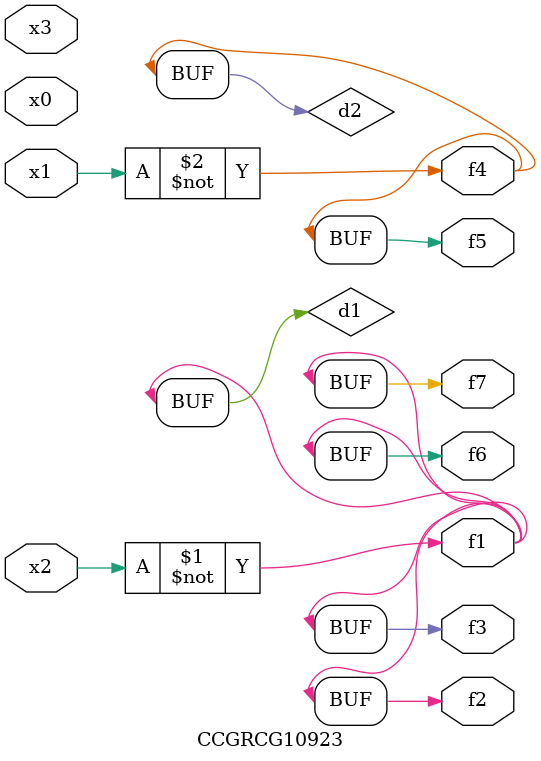
<source format=v>
module CCGRCG10923(
	input x0, x1, x2, x3,
	output f1, f2, f3, f4, f5, f6, f7
);

	wire d1, d2;

	xnor (d1, x2);
	not (d2, x1);
	assign f1 = d1;
	assign f2 = d1;
	assign f3 = d1;
	assign f4 = d2;
	assign f5 = d2;
	assign f6 = d1;
	assign f7 = d1;
endmodule

</source>
